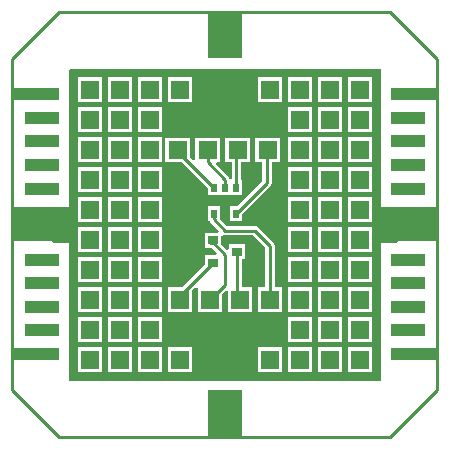
<source format=gbl>
%FSLAX24Y24*%
%MOIN*%
G70*
G01*
G75*
G04 Layer_Physical_Order=2*
G04 Layer_Color=16711680*
G04:AMPARAMS|DCode=10|XSize=100mil|YSize=17mil|CornerRadius=0mil|HoleSize=0mil|Usage=FLASHONLY|Rotation=90.000|XOffset=0mil|YOffset=0mil|HoleType=Round|Shape=Octagon|*
%AMOCTAGOND10*
4,1,8,0.0043,0.0500,-0.0043,0.0500,-0.0085,0.0458,-0.0085,-0.0458,-0.0043,-0.0500,0.0043,-0.0500,0.0085,-0.0458,0.0085,0.0458,0.0043,0.0500,0.0*
%
%ADD10OCTAGOND10*%

%ADD11R,0.0170X0.1000*%
%ADD12C,0.0100*%
%ADD13C,0.0200*%
%ADD14R,0.0625X0.0625*%
%ADD15R,0.0625X0.0625*%
%ADD16R,0.1575X0.0394*%
%ADD17R,0.1181X0.0394*%
%ADD18R,0.1575X0.1181*%
%ADD19R,0.1181X0.1575*%
%ADD20R,0.0197X0.0315*%
%ADD21R,0.0350X0.0310*%
G36*
X43700Y30600D02*
X44200D01*
X44765Y30035D01*
Y29965D01*
X44200Y29400D01*
X43700D01*
Y24800D01*
X33300D01*
Y29400D01*
X32800D01*
X32200Y30000D01*
X32800Y30600D01*
X33300D01*
X33300Y35150D01*
X33349Y35200D01*
X43700Y35200D01*
X43700Y30600D01*
D02*
G37*
%LPC*%
G36*
X35412Y28912D02*
X34588D01*
Y28087D01*
X35412D01*
Y28912D01*
D02*
G37*
G36*
X34413D02*
X33588D01*
Y28087D01*
X34413D01*
Y28912D01*
D02*
G37*
G36*
X41413D02*
X40588D01*
Y28087D01*
X41413D01*
Y28912D01*
D02*
G37*
G36*
X36412D02*
X35587D01*
Y28087D01*
X36412D01*
Y28912D01*
D02*
G37*
G36*
X41413Y27912D02*
X40588D01*
Y27088D01*
X41413D01*
Y27912D01*
D02*
G37*
G36*
X38324Y30624D02*
X37928D01*
Y30109D01*
X37989D01*
X38018Y30066D01*
X38294Y29790D01*
X38267Y29725D01*
X37835D01*
Y29215D01*
X38069D01*
X38234Y29050D01*
X38207Y28985D01*
X37835D01*
Y28671D01*
X37076Y27912D01*
X36588D01*
Y27088D01*
X37413D01*
Y27816D01*
X37521Y27925D01*
X37521Y27925D01*
X37525Y27927D01*
X37529Y27924D01*
X37529D01*
X37539Y27919D01*
X37539Y27919D01*
X37569Y27903D01*
X37577Y27898D01*
X37584Y27894D01*
X37587Y27892D01*
Y27889D01*
Y27882D01*
X37587Y27851D01*
Y27846D01*
Y27846D01*
Y27088D01*
X38412D01*
Y27696D01*
X38523Y27807D01*
X38588Y27780D01*
Y27088D01*
X39413D01*
Y27912D01*
X39053D01*
Y28845D01*
X39175D01*
Y29355D01*
X38625D01*
Y29190D01*
X38555Y29161D01*
X38385Y29331D01*
Y29612D01*
X38411Y29634D01*
X38450Y29656D01*
X38455Y29656D01*
X38500Y29647D01*
X39437D01*
X39847Y29237D01*
Y27912D01*
X39588D01*
Y27088D01*
X40413D01*
Y27912D01*
X40153D01*
Y29300D01*
X40141Y29359D01*
X40108Y29408D01*
X39608Y29908D01*
X39559Y29941D01*
X39500Y29953D01*
X38563D01*
X38324Y30192D01*
Y30624D01*
D02*
G37*
G36*
X43412Y27912D02*
X42587D01*
Y27088D01*
X43412D01*
Y27912D01*
D02*
G37*
G36*
X42413D02*
X41588D01*
Y27088D01*
X42413D01*
Y27912D01*
D02*
G37*
G36*
X41413Y29913D02*
X40588D01*
Y29088D01*
X41413D01*
Y29913D01*
D02*
G37*
G36*
X36412D02*
X35587D01*
Y29088D01*
X36412D01*
Y29913D01*
D02*
G37*
G36*
X43412D02*
X42587D01*
Y29088D01*
X43412D01*
Y29913D01*
D02*
G37*
G36*
X42413D02*
X41588D01*
Y29088D01*
X42413D01*
Y29913D01*
D02*
G37*
G36*
X43412Y28912D02*
X42587D01*
Y28087D01*
X43412D01*
Y28912D01*
D02*
G37*
G36*
X42413D02*
X41588D01*
Y28087D01*
X42413D01*
Y28912D01*
D02*
G37*
G36*
X35412Y29913D02*
X34588D01*
Y29088D01*
X35412D01*
Y29913D01*
D02*
G37*
G36*
X34413D02*
X33588D01*
Y29088D01*
X34413D01*
Y29913D01*
D02*
G37*
G36*
X36412Y27912D02*
X35587D01*
Y27088D01*
X36412D01*
Y27912D01*
D02*
G37*
G36*
X41413Y25912D02*
X40588D01*
Y25087D01*
X41413D01*
Y25912D01*
D02*
G37*
G36*
X40413D02*
X39588D01*
Y25087D01*
X40413D01*
Y25912D01*
D02*
G37*
G36*
X43412D02*
X42587D01*
Y25087D01*
X43412D01*
Y25912D01*
D02*
G37*
G36*
X42413D02*
X41588D01*
Y25087D01*
X42413D01*
Y25912D01*
D02*
G37*
G36*
X35412D02*
X34588D01*
Y25087D01*
X35412D01*
Y25912D01*
D02*
G37*
G36*
X34413D02*
X33588D01*
Y25087D01*
X34413D01*
Y25912D01*
D02*
G37*
G36*
X37413D02*
X36588D01*
Y25087D01*
X37413D01*
Y25912D01*
D02*
G37*
G36*
X36412D02*
X35587D01*
Y25087D01*
X36412D01*
Y25912D01*
D02*
G37*
G36*
X43412Y26913D02*
X42587D01*
Y26088D01*
X43412D01*
Y26913D01*
D02*
G37*
G36*
X42413D02*
X41588D01*
Y26088D01*
X42413D01*
Y26913D01*
D02*
G37*
G36*
X35412Y27912D02*
X34588D01*
Y27088D01*
X35412D01*
Y27912D01*
D02*
G37*
G36*
X34413D02*
X33588D01*
Y27088D01*
X34413D01*
Y27912D01*
D02*
G37*
G36*
X35412Y26913D02*
X34588D01*
Y26088D01*
X35412D01*
Y26913D01*
D02*
G37*
G36*
X34413D02*
X33588D01*
Y26088D01*
X34413D01*
Y26913D01*
D02*
G37*
G36*
X41413D02*
X40588D01*
Y26088D01*
X41413D01*
Y26913D01*
D02*
G37*
G36*
X36412D02*
X35587D01*
Y26088D01*
X36412D01*
Y26913D01*
D02*
G37*
G36*
Y33912D02*
X35587D01*
Y33087D01*
X36412D01*
Y33912D01*
D02*
G37*
G36*
X35412D02*
X34588D01*
Y33087D01*
X35412D01*
Y33912D01*
D02*
G37*
G36*
X42413D02*
X41588D01*
Y33087D01*
X42413D01*
Y33912D01*
D02*
G37*
G36*
X41413D02*
X40588D01*
Y33087D01*
X41413D01*
Y33912D01*
D02*
G37*
G36*
X42413Y32912D02*
X41588D01*
Y32088D01*
X42413D01*
Y32912D01*
D02*
G37*
G36*
X41413D02*
X40588D01*
Y32088D01*
X41413D01*
Y32912D01*
D02*
G37*
G36*
X34413Y33912D02*
X33588D01*
Y33087D01*
X34413D01*
Y33912D01*
D02*
G37*
G36*
X43412Y32912D02*
X42587D01*
Y32088D01*
X43412D01*
Y32912D01*
D02*
G37*
G36*
Y33912D02*
X42587D01*
Y33087D01*
X43412D01*
Y33912D01*
D02*
G37*
G36*
X41413Y34913D02*
X40588D01*
Y34088D01*
X41413D01*
Y34913D01*
D02*
G37*
G36*
X40413D02*
X39588D01*
Y34088D01*
X40413D01*
Y34913D01*
D02*
G37*
G36*
X43412D02*
X42587D01*
Y34088D01*
X43412D01*
Y34913D01*
D02*
G37*
G36*
X42413D02*
X41588D01*
Y34088D01*
X42413D01*
Y34913D01*
D02*
G37*
G36*
X35412D02*
X34588D01*
Y34088D01*
X35412D01*
Y34913D01*
D02*
G37*
G36*
X34413D02*
X33588D01*
Y34088D01*
X34413D01*
Y34913D01*
D02*
G37*
G36*
X37413D02*
X36588D01*
Y34088D01*
X37413D01*
Y34913D01*
D02*
G37*
G36*
X36412D02*
X35587D01*
Y34088D01*
X36412D01*
Y34913D01*
D02*
G37*
G36*
X43412Y30912D02*
X42587D01*
Y30087D01*
X43412D01*
Y30912D01*
D02*
G37*
G36*
X42413D02*
X41588D01*
Y30087D01*
X42413D01*
Y30912D01*
D02*
G37*
G36*
X34413Y31913D02*
X33588D01*
Y31088D01*
X34413D01*
Y31913D01*
D02*
G37*
G36*
X40338Y32898D02*
X39513D01*
Y32073D01*
X39747D01*
Y31456D01*
X38915Y30624D01*
X38676D01*
Y30109D01*
X39072D01*
Y30349D01*
X40008Y31285D01*
X40041Y31334D01*
X40043Y31344D01*
X40053Y31393D01*
Y32073D01*
X40338D01*
Y32898D01*
D02*
G37*
G36*
X35412Y30912D02*
X34588D01*
Y30087D01*
X35412D01*
Y30912D01*
D02*
G37*
G36*
X34413D02*
X33588D01*
Y30087D01*
X34413D01*
Y30912D01*
D02*
G37*
G36*
X41413D02*
X40588D01*
Y30087D01*
X41413D01*
Y30912D01*
D02*
G37*
G36*
X36412D02*
X35587D01*
Y30087D01*
X36412D01*
Y30912D01*
D02*
G37*
G36*
X35412Y31913D02*
X34588D01*
Y31088D01*
X35412D01*
Y31913D01*
D02*
G37*
G36*
X34413Y32912D02*
X33588D01*
Y32088D01*
X34413D01*
Y32912D01*
D02*
G37*
G36*
X39338Y32898D02*
X38513D01*
Y32073D01*
X38721D01*
Y31516D01*
X38651Y31509D01*
X38641Y31559D01*
X38608Y31608D01*
X38208Y32009D01*
X38234Y32073D01*
X38338D01*
Y32898D01*
X37513D01*
Y32162D01*
X37443Y32133D01*
X37338Y32238D01*
Y32898D01*
X36513D01*
Y32073D01*
X37069D01*
X37928Y31215D01*
Y30976D01*
X39072D01*
Y31491D01*
X39027D01*
Y32073D01*
X39338D01*
Y32898D01*
D02*
G37*
G36*
X36412Y32912D02*
X35587D01*
Y32088D01*
X36412D01*
Y32912D01*
D02*
G37*
G36*
X35412D02*
X34588D01*
Y32088D01*
X35412D01*
Y32912D01*
D02*
G37*
G36*
X41413Y31913D02*
X40588D01*
Y31088D01*
X41413D01*
Y31913D01*
D02*
G37*
G36*
X36412D02*
X35587D01*
Y31088D01*
X36412D01*
Y31913D01*
D02*
G37*
G36*
X43412D02*
X42587D01*
Y31088D01*
X43412D01*
Y31913D01*
D02*
G37*
G36*
X42413D02*
X41588D01*
Y31088D01*
X42413D01*
Y31913D01*
D02*
G37*
%LPD*%
D12*
X38500Y28000D02*
Y29000D01*
X38130Y29370D02*
X38500Y29000D01*
X38010Y29370D02*
X38130D01*
X37000Y27500D02*
Y27620D01*
X38110Y28730D01*
X40000Y27500D02*
Y29300D01*
X39500Y29800D02*
X40000Y29300D01*
X38500Y29800D02*
X39500D01*
X38126Y30174D02*
X38500Y29800D01*
X38126Y30174D02*
Y30367D01*
X39900Y32461D02*
X39925Y32486D01*
X39900Y31393D02*
Y32461D01*
X38874Y30367D02*
X39900Y31393D01*
X38874Y32435D02*
X38925Y32486D01*
X38874Y31233D02*
Y32435D01*
X37925Y32075D02*
Y32486D01*
Y32075D02*
X38500Y31500D01*
Y31233D02*
Y31500D01*
X36925Y32434D02*
Y32486D01*
Y32434D02*
X38126Y31233D01*
X38900Y27600D02*
X39000Y27500D01*
X38900Y27600D02*
Y29100D01*
X38000Y27500D02*
X38500Y28000D01*
X32984Y37101D02*
X44008D01*
X45582Y35526D01*
Y24502D02*
Y35526D01*
X44008Y22927D02*
X45582Y24502D01*
X32984Y22927D02*
X44008D01*
X31409Y24502D02*
X32984Y22927D01*
X31409Y24502D02*
Y35526D01*
X32984Y37101D01*
D14*
X34000Y33500D02*
D03*
Y32500D02*
D03*
Y31500D02*
D03*
Y30500D02*
D03*
Y29500D02*
D03*
Y28500D02*
D03*
Y27500D02*
D03*
Y26500D02*
D03*
X35000Y33500D02*
D03*
Y32500D02*
D03*
Y31500D02*
D03*
Y30500D02*
D03*
Y29500D02*
D03*
Y28500D02*
D03*
Y27500D02*
D03*
Y26500D02*
D03*
X36000Y33500D02*
D03*
Y32500D02*
D03*
Y31500D02*
D03*
Y30500D02*
D03*
Y29500D02*
D03*
Y28500D02*
D03*
Y27500D02*
D03*
Y26500D02*
D03*
X41000D02*
D03*
Y27500D02*
D03*
Y28500D02*
D03*
Y29500D02*
D03*
Y30500D02*
D03*
Y31500D02*
D03*
Y32500D02*
D03*
Y33500D02*
D03*
X42000Y26500D02*
D03*
Y27500D02*
D03*
Y28500D02*
D03*
Y29500D02*
D03*
Y30500D02*
D03*
Y31500D02*
D03*
Y32500D02*
D03*
Y33500D02*
D03*
X43000Y26500D02*
D03*
Y27500D02*
D03*
Y28500D02*
D03*
Y29500D02*
D03*
Y30500D02*
D03*
Y31500D02*
D03*
Y32500D02*
D03*
Y33500D02*
D03*
D15*
X37000Y25500D02*
D03*
X36000D02*
D03*
X35000D02*
D03*
X34000D02*
D03*
X37000Y34500D02*
D03*
X36000D02*
D03*
X35000D02*
D03*
X34000D02*
D03*
X43000Y25500D02*
D03*
X42000D02*
D03*
X41000D02*
D03*
X40000D02*
D03*
X43000Y34500D02*
D03*
X42000D02*
D03*
X41000D02*
D03*
X40000D02*
D03*
Y27500D02*
D03*
X39000D02*
D03*
X38000D02*
D03*
X37000D02*
D03*
X36925Y32486D02*
D03*
X37925D02*
D03*
X38925D02*
D03*
X39925D02*
D03*
D16*
X32197Y34345D02*
D03*
Y25683D02*
D03*
X44795Y25683D02*
D03*
Y34345D02*
D03*
D17*
X32394Y33557D02*
D03*
Y32770D02*
D03*
Y31982D02*
D03*
Y31195D02*
D03*
Y28833D02*
D03*
Y28045D02*
D03*
Y27258D02*
D03*
Y26471D02*
D03*
X44598D02*
D03*
Y27258D02*
D03*
Y28045D02*
D03*
Y28833D02*
D03*
Y31195D02*
D03*
Y31982D02*
D03*
Y32770D02*
D03*
Y33557D02*
D03*
D18*
X32197Y30014D02*
D03*
X44795D02*
D03*
D19*
X38496Y23715D02*
D03*
Y36313D02*
D03*
D20*
X38874Y31233D02*
D03*
X38500D02*
D03*
X38126D02*
D03*
X38874Y30367D02*
D03*
X38126D02*
D03*
D21*
X38110Y28730D02*
D03*
Y29470D02*
D03*
X38900Y29100D02*
D03*
M02*

</source>
